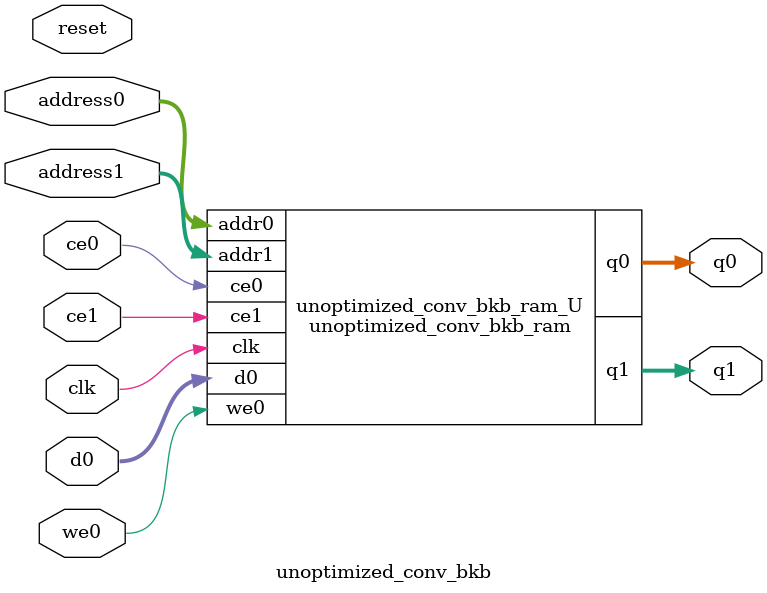
<source format=v>
`timescale 1 ns / 1 ps
module unoptimized_conv_bkb_ram (addr0, ce0, d0, we0, q0, addr1, ce1, q1,  clk);

parameter DWIDTH = 16;
parameter AWIDTH = 12;
parameter MEM_SIZE = 4096;

input[AWIDTH-1:0] addr0;
input ce0;
input[DWIDTH-1:0] d0;
input we0;
output reg[DWIDTH-1:0] q0;
input[AWIDTH-1:0] addr1;
input ce1;
output reg[DWIDTH-1:0] q1;
input clk;

(* ram_style = "block" *)reg [DWIDTH-1:0] ram[0:MEM_SIZE-1];




always @(posedge clk)  
begin 
    if (ce0) begin
        if (we0) 
            ram[addr0] <= d0; 
        q0 <= ram[addr0];
    end
end


always @(posedge clk)  
begin 
    if (ce1) begin
        q1 <= ram[addr1];
    end
end


endmodule

`timescale 1 ns / 1 ps
module unoptimized_conv_bkb(
    reset,
    clk,
    address0,
    ce0,
    we0,
    d0,
    q0,
    address1,
    ce1,
    q1);

parameter DataWidth = 32'd16;
parameter AddressRange = 32'd4096;
parameter AddressWidth = 32'd12;
input reset;
input clk;
input[AddressWidth - 1:0] address0;
input ce0;
input we0;
input[DataWidth - 1:0] d0;
output[DataWidth - 1:0] q0;
input[AddressWidth - 1:0] address1;
input ce1;
output[DataWidth - 1:0] q1;



unoptimized_conv_bkb_ram unoptimized_conv_bkb_ram_U(
    .clk( clk ),
    .addr0( address0 ),
    .ce0( ce0 ),
    .we0( we0 ),
    .d0( d0 ),
    .q0( q0 ),
    .addr1( address1 ),
    .ce1( ce1 ),
    .q1( q1 ));

endmodule


</source>
